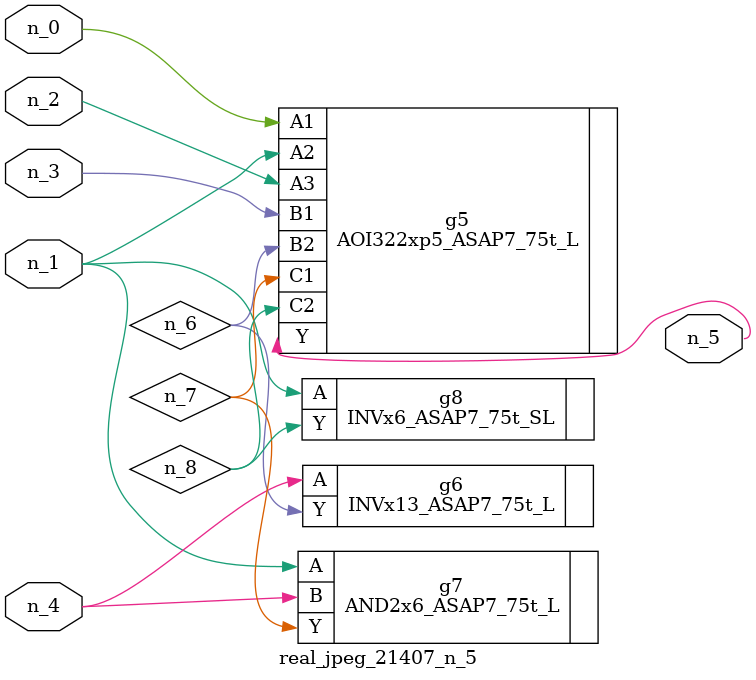
<source format=v>
module real_jpeg_21407_n_5 (n_4, n_0, n_1, n_2, n_3, n_5);

input n_4;
input n_0;
input n_1;
input n_2;
input n_3;

output n_5;

wire n_8;
wire n_6;
wire n_7;

AOI322xp5_ASAP7_75t_L g5 ( 
.A1(n_0),
.A2(n_1),
.A3(n_2),
.B1(n_3),
.B2(n_6),
.C1(n_7),
.C2(n_8),
.Y(n_5)
);

AND2x6_ASAP7_75t_L g7 ( 
.A(n_1),
.B(n_4),
.Y(n_7)
);

INVx6_ASAP7_75t_SL g8 ( 
.A(n_1),
.Y(n_8)
);

INVx13_ASAP7_75t_L g6 ( 
.A(n_4),
.Y(n_6)
);


endmodule
</source>
